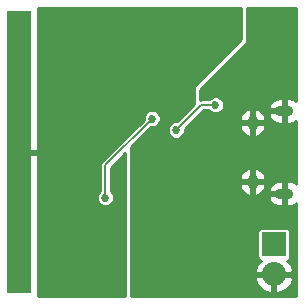
<source format=gbl>
G04 #@! TF.FileFunction,Copper,L2,Bot,Signal*
%FSLAX46Y46*%
G04 Gerber Fmt 4.6, Leading zero omitted, Abs format (unit mm)*
G04 Created by KiCad (PCBNEW 4.0.0-rc2-stable) date 11/27/2015 10:33:43 PM*
%MOMM*%
G01*
G04 APERTURE LIST*
%ADD10C,0.100000*%
%ADD11O,1.550000X0.900000*%
%ADD12O,0.950000X1.250000*%
%ADD13R,2.000000X24.000000*%
%ADD14R,2.032000X2.032000*%
%ADD15O,2.032000X2.032000*%
%ADD16C,0.685800*%
%ADD17C,0.152400*%
%ADD18C,0.254000*%
G04 APERTURE END LIST*
D10*
D11*
X125476000Y-85400000D03*
X125476000Y-92400000D03*
D12*
X122776000Y-91400000D03*
X122776000Y-86400000D03*
D13*
X103013000Y-88900000D03*
D14*
X124587000Y-96710500D03*
D15*
X124587000Y-99250500D03*
D16*
X108635800Y-87528400D03*
X124637800Y-82219800D03*
X117525800Y-89281000D03*
X119811800Y-100507800D03*
X117398800Y-100533200D03*
X117068600Y-78790800D03*
X117246400Y-81051400D03*
X112166400Y-81102200D03*
X111836200Y-87706200D03*
X105105200Y-91033600D03*
X106756200Y-90932000D03*
X116306600Y-87020400D03*
X119629510Y-84883570D03*
X110312200Y-92735400D03*
X114274600Y-86055200D03*
D17*
X108635800Y-87477600D02*
X108635800Y-86283800D01*
X107924600Y-86766400D02*
X108635800Y-87477600D01*
X107924600Y-86283800D02*
X107924600Y-86766400D01*
X106857800Y-87350600D02*
X107924600Y-86283800D01*
X106857800Y-87528400D02*
X106857800Y-87350600D01*
X107873800Y-87528400D02*
X107899200Y-87503000D01*
X106857800Y-87528400D02*
X107873800Y-87528400D01*
X106857800Y-87528400D02*
X108305600Y-87528400D01*
X111836200Y-87706200D02*
X109931200Y-87706200D01*
X108585000Y-87528400D02*
X108762800Y-87706200D01*
X108762800Y-87706200D02*
X109931200Y-87706200D01*
X106857800Y-87528400D02*
X108585000Y-87528400D01*
X106781600Y-87325200D02*
X106781600Y-87452200D01*
X106781600Y-87452200D02*
X106857800Y-87528400D01*
X106959400Y-87426800D02*
X106857800Y-87528400D01*
X107492800Y-86893400D02*
X106959400Y-87426800D01*
X106959400Y-87426800D02*
X106959400Y-87782400D01*
X107797600Y-86893400D02*
X107492800Y-86893400D01*
X108458000Y-90932000D02*
X106756200Y-90932000D01*
X118443430Y-84883570D02*
X116624099Y-86702901D01*
X119629510Y-84883570D02*
X118443430Y-84883570D01*
X116624099Y-86702901D02*
X116306600Y-87020400D01*
X114274600Y-86055200D02*
X110312200Y-90017600D01*
X110312200Y-90017600D02*
X110312200Y-92735400D01*
D18*
G36*
X121790925Y-76710075D02*
X121793000Y-76720509D01*
X121793000Y-79309886D01*
X121790701Y-79321444D01*
X121784158Y-79331236D01*
X117930394Y-83185000D01*
X117914601Y-83204245D01*
X117887071Y-83245446D01*
X117868107Y-83291228D01*
X117858440Y-83339829D01*
X117856000Y-83364605D01*
X117856000Y-84824421D01*
X116383855Y-86296567D01*
X116163239Y-86296375D01*
X115897079Y-86406350D01*
X115693265Y-86609808D01*
X115582826Y-86875776D01*
X115582575Y-87163761D01*
X115692550Y-87429921D01*
X115896008Y-87633735D01*
X116161976Y-87744174D01*
X116449961Y-87744425D01*
X116716121Y-87634450D01*
X116919935Y-87430992D01*
X117030374Y-87165024D01*
X117030568Y-86943011D01*
X117272448Y-86701131D01*
X121674771Y-86701131D01*
X121816432Y-87111049D01*
X122104179Y-87435552D01*
X122478062Y-87619268D01*
X122649000Y-87492734D01*
X122649000Y-86527000D01*
X122903000Y-86527000D01*
X122903000Y-87492734D01*
X123073938Y-87619268D01*
X123447821Y-87435552D01*
X123735568Y-87111049D01*
X123877229Y-86701131D01*
X123728563Y-86527000D01*
X122903000Y-86527000D01*
X122649000Y-86527000D01*
X121823437Y-86527000D01*
X121674771Y-86701131D01*
X117272448Y-86701131D01*
X117874710Y-86098869D01*
X121674771Y-86098869D01*
X121823437Y-86273000D01*
X122649000Y-86273000D01*
X122649000Y-85307266D01*
X122903000Y-85307266D01*
X122903000Y-86273000D01*
X123728563Y-86273000D01*
X123877229Y-86098869D01*
X123737314Y-85694001D01*
X124106592Y-85694001D01*
X124293987Y-86077408D01*
X124618456Y-86353808D01*
X125024000Y-86485000D01*
X125349000Y-86485000D01*
X125349000Y-85527000D01*
X124233498Y-85527000D01*
X124106592Y-85694001D01*
X123737314Y-85694001D01*
X123735568Y-85688951D01*
X123447821Y-85364448D01*
X123073938Y-85180732D01*
X122903000Y-85307266D01*
X122649000Y-85307266D01*
X122478062Y-85180732D01*
X122104179Y-85364448D01*
X121816432Y-85688951D01*
X121674771Y-86098869D01*
X117874710Y-86098869D01*
X118632809Y-85340770D01*
X119063056Y-85340770D01*
X119218918Y-85496905D01*
X119484886Y-85607344D01*
X119772871Y-85607595D01*
X120039031Y-85497620D01*
X120242845Y-85294162D01*
X120320976Y-85105999D01*
X124106592Y-85105999D01*
X124233498Y-85273000D01*
X125349000Y-85273000D01*
X125349000Y-84315000D01*
X125024000Y-84315000D01*
X124618456Y-84446192D01*
X124293987Y-84722592D01*
X124106592Y-85105999D01*
X120320976Y-85105999D01*
X120353284Y-85028194D01*
X120353535Y-84740209D01*
X120243560Y-84474049D01*
X120040102Y-84270235D01*
X119774134Y-84159796D01*
X119486149Y-84159545D01*
X119219989Y-84269520D01*
X119062865Y-84426370D01*
X118443430Y-84426370D01*
X118364000Y-84442169D01*
X118364000Y-83631114D01*
X118366299Y-83619556D01*
X118372842Y-83609764D01*
X122226606Y-79756000D01*
X122242399Y-79736755D01*
X122269929Y-79695554D01*
X122288893Y-79649772D01*
X122298560Y-79601171D01*
X122301000Y-79576395D01*
X122301000Y-76720509D01*
X122303075Y-76710075D01*
X122313509Y-76708000D01*
X126479491Y-76708000D01*
X126489925Y-76710075D01*
X126492000Y-76720509D01*
X126492000Y-84581174D01*
X126333544Y-84446192D01*
X125928000Y-84315000D01*
X125603000Y-84315000D01*
X125603000Y-85273000D01*
X125623000Y-85273000D01*
X125623000Y-85527000D01*
X125603000Y-85527000D01*
X125603000Y-86485000D01*
X125928000Y-86485000D01*
X126333544Y-86353808D01*
X126492000Y-86218826D01*
X126492000Y-91581174D01*
X126333544Y-91446192D01*
X125928000Y-91315000D01*
X125603000Y-91315000D01*
X125603000Y-92273000D01*
X125623000Y-92273000D01*
X125623000Y-92527000D01*
X125603000Y-92527000D01*
X125603000Y-93485000D01*
X125928000Y-93485000D01*
X126333544Y-93353808D01*
X126492000Y-93218826D01*
X126492000Y-101079491D01*
X126489925Y-101089925D01*
X126479491Y-101092000D01*
X112534509Y-101092000D01*
X112524075Y-101089925D01*
X112522000Y-101079491D01*
X112522000Y-99633444D01*
X122981025Y-99633444D01*
X123180615Y-100115318D01*
X123618621Y-100587688D01*
X124204054Y-100856483D01*
X124460000Y-100737867D01*
X124460000Y-99377500D01*
X124714000Y-99377500D01*
X124714000Y-100737867D01*
X124969946Y-100856483D01*
X125555379Y-100587688D01*
X125993385Y-100115318D01*
X126192975Y-99633444D01*
X126073836Y-99377500D01*
X124714000Y-99377500D01*
X124460000Y-99377500D01*
X123100164Y-99377500D01*
X122981025Y-99633444D01*
X112522000Y-99633444D01*
X112522000Y-98867556D01*
X122981025Y-98867556D01*
X123100164Y-99123500D01*
X124460000Y-99123500D01*
X124460000Y-99103500D01*
X124714000Y-99103500D01*
X124714000Y-99123500D01*
X126073836Y-99123500D01*
X126192975Y-98867556D01*
X125993385Y-98385682D01*
X125721658Y-98092637D01*
X125744190Y-98088397D01*
X125873865Y-98004954D01*
X125960859Y-97877634D01*
X125991464Y-97726500D01*
X125991464Y-95694500D01*
X125964897Y-95553310D01*
X125881454Y-95423635D01*
X125754134Y-95336641D01*
X125603000Y-95306036D01*
X123571000Y-95306036D01*
X123429810Y-95332603D01*
X123300135Y-95416046D01*
X123213141Y-95543366D01*
X123182536Y-95694500D01*
X123182536Y-97726500D01*
X123209103Y-97867690D01*
X123292546Y-97997365D01*
X123419866Y-98084359D01*
X123453670Y-98091204D01*
X123180615Y-98385682D01*
X122981025Y-98867556D01*
X112522000Y-98867556D01*
X112522000Y-92694001D01*
X124106592Y-92694001D01*
X124293987Y-93077408D01*
X124618456Y-93353808D01*
X125024000Y-93485000D01*
X125349000Y-93485000D01*
X125349000Y-92527000D01*
X124233498Y-92527000D01*
X124106592Y-92694001D01*
X112522000Y-92694001D01*
X112522000Y-91701131D01*
X121674771Y-91701131D01*
X121816432Y-92111049D01*
X122104179Y-92435552D01*
X122478062Y-92619268D01*
X122649000Y-92492734D01*
X122649000Y-91527000D01*
X122903000Y-91527000D01*
X122903000Y-92492734D01*
X123073938Y-92619268D01*
X123447821Y-92435552D01*
X123735568Y-92111049D01*
X123737313Y-92105999D01*
X124106592Y-92105999D01*
X124233498Y-92273000D01*
X125349000Y-92273000D01*
X125349000Y-91315000D01*
X125024000Y-91315000D01*
X124618456Y-91446192D01*
X124293987Y-91722592D01*
X124106592Y-92105999D01*
X123737313Y-92105999D01*
X123877229Y-91701131D01*
X123728563Y-91527000D01*
X122903000Y-91527000D01*
X122649000Y-91527000D01*
X121823437Y-91527000D01*
X121674771Y-91701131D01*
X112522000Y-91701131D01*
X112522000Y-91098869D01*
X121674771Y-91098869D01*
X121823437Y-91273000D01*
X122649000Y-91273000D01*
X122649000Y-90307266D01*
X122903000Y-90307266D01*
X122903000Y-91273000D01*
X123728563Y-91273000D01*
X123877229Y-91098869D01*
X123735568Y-90688951D01*
X123447821Y-90364448D01*
X123073938Y-90180732D01*
X122903000Y-90307266D01*
X122649000Y-90307266D01*
X122478062Y-90180732D01*
X122104179Y-90364448D01*
X121816432Y-90688951D01*
X121674771Y-91098869D01*
X112522000Y-91098869D01*
X112522000Y-88454378D01*
X114197345Y-86779033D01*
X114417961Y-86779225D01*
X114684121Y-86669250D01*
X114887935Y-86465792D01*
X114998374Y-86199824D01*
X114998625Y-85911839D01*
X114888650Y-85645679D01*
X114685192Y-85441865D01*
X114419224Y-85331426D01*
X114131239Y-85331175D01*
X113865079Y-85441150D01*
X113661265Y-85644608D01*
X113550826Y-85910576D01*
X113550632Y-86132590D01*
X109988911Y-89694311D01*
X109889802Y-89842637D01*
X109855000Y-90017600D01*
X109855000Y-92168946D01*
X109698865Y-92324808D01*
X109588426Y-92590776D01*
X109588175Y-92878761D01*
X109698150Y-93144921D01*
X109901608Y-93348735D01*
X110167576Y-93459174D01*
X110455561Y-93459425D01*
X110721721Y-93349450D01*
X110925535Y-93145992D01*
X111035974Y-92880024D01*
X111036225Y-92592039D01*
X110926250Y-92325879D01*
X110769400Y-92168755D01*
X110769400Y-90206978D01*
X112014000Y-88962378D01*
X112014000Y-101079491D01*
X112011925Y-101089925D01*
X112001491Y-101092000D01*
X104620790Y-101092000D01*
X104648000Y-101026309D01*
X104648000Y-89185750D01*
X104489250Y-89027000D01*
X103140000Y-89027000D01*
X103140000Y-89047000D01*
X102886000Y-89047000D01*
X102886000Y-89027000D01*
X102866000Y-89027000D01*
X102866000Y-88773000D01*
X102886000Y-88773000D01*
X102886000Y-88753000D01*
X103140000Y-88753000D01*
X103140000Y-88773000D01*
X104489250Y-88773000D01*
X104648000Y-88614250D01*
X104648000Y-76773691D01*
X104620790Y-76708000D01*
X121780491Y-76708000D01*
X121790925Y-76710075D01*
X121790925Y-76710075D01*
G37*
X121790925Y-76710075D02*
X121793000Y-76720509D01*
X121793000Y-79309886D01*
X121790701Y-79321444D01*
X121784158Y-79331236D01*
X117930394Y-83185000D01*
X117914601Y-83204245D01*
X117887071Y-83245446D01*
X117868107Y-83291228D01*
X117858440Y-83339829D01*
X117856000Y-83364605D01*
X117856000Y-84824421D01*
X116383855Y-86296567D01*
X116163239Y-86296375D01*
X115897079Y-86406350D01*
X115693265Y-86609808D01*
X115582826Y-86875776D01*
X115582575Y-87163761D01*
X115692550Y-87429921D01*
X115896008Y-87633735D01*
X116161976Y-87744174D01*
X116449961Y-87744425D01*
X116716121Y-87634450D01*
X116919935Y-87430992D01*
X117030374Y-87165024D01*
X117030568Y-86943011D01*
X117272448Y-86701131D01*
X121674771Y-86701131D01*
X121816432Y-87111049D01*
X122104179Y-87435552D01*
X122478062Y-87619268D01*
X122649000Y-87492734D01*
X122649000Y-86527000D01*
X122903000Y-86527000D01*
X122903000Y-87492734D01*
X123073938Y-87619268D01*
X123447821Y-87435552D01*
X123735568Y-87111049D01*
X123877229Y-86701131D01*
X123728563Y-86527000D01*
X122903000Y-86527000D01*
X122649000Y-86527000D01*
X121823437Y-86527000D01*
X121674771Y-86701131D01*
X117272448Y-86701131D01*
X117874710Y-86098869D01*
X121674771Y-86098869D01*
X121823437Y-86273000D01*
X122649000Y-86273000D01*
X122649000Y-85307266D01*
X122903000Y-85307266D01*
X122903000Y-86273000D01*
X123728563Y-86273000D01*
X123877229Y-86098869D01*
X123737314Y-85694001D01*
X124106592Y-85694001D01*
X124293987Y-86077408D01*
X124618456Y-86353808D01*
X125024000Y-86485000D01*
X125349000Y-86485000D01*
X125349000Y-85527000D01*
X124233498Y-85527000D01*
X124106592Y-85694001D01*
X123737314Y-85694001D01*
X123735568Y-85688951D01*
X123447821Y-85364448D01*
X123073938Y-85180732D01*
X122903000Y-85307266D01*
X122649000Y-85307266D01*
X122478062Y-85180732D01*
X122104179Y-85364448D01*
X121816432Y-85688951D01*
X121674771Y-86098869D01*
X117874710Y-86098869D01*
X118632809Y-85340770D01*
X119063056Y-85340770D01*
X119218918Y-85496905D01*
X119484886Y-85607344D01*
X119772871Y-85607595D01*
X120039031Y-85497620D01*
X120242845Y-85294162D01*
X120320976Y-85105999D01*
X124106592Y-85105999D01*
X124233498Y-85273000D01*
X125349000Y-85273000D01*
X125349000Y-84315000D01*
X125024000Y-84315000D01*
X124618456Y-84446192D01*
X124293987Y-84722592D01*
X124106592Y-85105999D01*
X120320976Y-85105999D01*
X120353284Y-85028194D01*
X120353535Y-84740209D01*
X120243560Y-84474049D01*
X120040102Y-84270235D01*
X119774134Y-84159796D01*
X119486149Y-84159545D01*
X119219989Y-84269520D01*
X119062865Y-84426370D01*
X118443430Y-84426370D01*
X118364000Y-84442169D01*
X118364000Y-83631114D01*
X118366299Y-83619556D01*
X118372842Y-83609764D01*
X122226606Y-79756000D01*
X122242399Y-79736755D01*
X122269929Y-79695554D01*
X122288893Y-79649772D01*
X122298560Y-79601171D01*
X122301000Y-79576395D01*
X122301000Y-76720509D01*
X122303075Y-76710075D01*
X122313509Y-76708000D01*
X126479491Y-76708000D01*
X126489925Y-76710075D01*
X126492000Y-76720509D01*
X126492000Y-84581174D01*
X126333544Y-84446192D01*
X125928000Y-84315000D01*
X125603000Y-84315000D01*
X125603000Y-85273000D01*
X125623000Y-85273000D01*
X125623000Y-85527000D01*
X125603000Y-85527000D01*
X125603000Y-86485000D01*
X125928000Y-86485000D01*
X126333544Y-86353808D01*
X126492000Y-86218826D01*
X126492000Y-91581174D01*
X126333544Y-91446192D01*
X125928000Y-91315000D01*
X125603000Y-91315000D01*
X125603000Y-92273000D01*
X125623000Y-92273000D01*
X125623000Y-92527000D01*
X125603000Y-92527000D01*
X125603000Y-93485000D01*
X125928000Y-93485000D01*
X126333544Y-93353808D01*
X126492000Y-93218826D01*
X126492000Y-101079491D01*
X126489925Y-101089925D01*
X126479491Y-101092000D01*
X112534509Y-101092000D01*
X112524075Y-101089925D01*
X112522000Y-101079491D01*
X112522000Y-99633444D01*
X122981025Y-99633444D01*
X123180615Y-100115318D01*
X123618621Y-100587688D01*
X124204054Y-100856483D01*
X124460000Y-100737867D01*
X124460000Y-99377500D01*
X124714000Y-99377500D01*
X124714000Y-100737867D01*
X124969946Y-100856483D01*
X125555379Y-100587688D01*
X125993385Y-100115318D01*
X126192975Y-99633444D01*
X126073836Y-99377500D01*
X124714000Y-99377500D01*
X124460000Y-99377500D01*
X123100164Y-99377500D01*
X122981025Y-99633444D01*
X112522000Y-99633444D01*
X112522000Y-98867556D01*
X122981025Y-98867556D01*
X123100164Y-99123500D01*
X124460000Y-99123500D01*
X124460000Y-99103500D01*
X124714000Y-99103500D01*
X124714000Y-99123500D01*
X126073836Y-99123500D01*
X126192975Y-98867556D01*
X125993385Y-98385682D01*
X125721658Y-98092637D01*
X125744190Y-98088397D01*
X125873865Y-98004954D01*
X125960859Y-97877634D01*
X125991464Y-97726500D01*
X125991464Y-95694500D01*
X125964897Y-95553310D01*
X125881454Y-95423635D01*
X125754134Y-95336641D01*
X125603000Y-95306036D01*
X123571000Y-95306036D01*
X123429810Y-95332603D01*
X123300135Y-95416046D01*
X123213141Y-95543366D01*
X123182536Y-95694500D01*
X123182536Y-97726500D01*
X123209103Y-97867690D01*
X123292546Y-97997365D01*
X123419866Y-98084359D01*
X123453670Y-98091204D01*
X123180615Y-98385682D01*
X122981025Y-98867556D01*
X112522000Y-98867556D01*
X112522000Y-92694001D01*
X124106592Y-92694001D01*
X124293987Y-93077408D01*
X124618456Y-93353808D01*
X125024000Y-93485000D01*
X125349000Y-93485000D01*
X125349000Y-92527000D01*
X124233498Y-92527000D01*
X124106592Y-92694001D01*
X112522000Y-92694001D01*
X112522000Y-91701131D01*
X121674771Y-91701131D01*
X121816432Y-92111049D01*
X122104179Y-92435552D01*
X122478062Y-92619268D01*
X122649000Y-92492734D01*
X122649000Y-91527000D01*
X122903000Y-91527000D01*
X122903000Y-92492734D01*
X123073938Y-92619268D01*
X123447821Y-92435552D01*
X123735568Y-92111049D01*
X123737313Y-92105999D01*
X124106592Y-92105999D01*
X124233498Y-92273000D01*
X125349000Y-92273000D01*
X125349000Y-91315000D01*
X125024000Y-91315000D01*
X124618456Y-91446192D01*
X124293987Y-91722592D01*
X124106592Y-92105999D01*
X123737313Y-92105999D01*
X123877229Y-91701131D01*
X123728563Y-91527000D01*
X122903000Y-91527000D01*
X122649000Y-91527000D01*
X121823437Y-91527000D01*
X121674771Y-91701131D01*
X112522000Y-91701131D01*
X112522000Y-91098869D01*
X121674771Y-91098869D01*
X121823437Y-91273000D01*
X122649000Y-91273000D01*
X122649000Y-90307266D01*
X122903000Y-90307266D01*
X122903000Y-91273000D01*
X123728563Y-91273000D01*
X123877229Y-91098869D01*
X123735568Y-90688951D01*
X123447821Y-90364448D01*
X123073938Y-90180732D01*
X122903000Y-90307266D01*
X122649000Y-90307266D01*
X122478062Y-90180732D01*
X122104179Y-90364448D01*
X121816432Y-90688951D01*
X121674771Y-91098869D01*
X112522000Y-91098869D01*
X112522000Y-88454378D01*
X114197345Y-86779033D01*
X114417961Y-86779225D01*
X114684121Y-86669250D01*
X114887935Y-86465792D01*
X114998374Y-86199824D01*
X114998625Y-85911839D01*
X114888650Y-85645679D01*
X114685192Y-85441865D01*
X114419224Y-85331426D01*
X114131239Y-85331175D01*
X113865079Y-85441150D01*
X113661265Y-85644608D01*
X113550826Y-85910576D01*
X113550632Y-86132590D01*
X109988911Y-89694311D01*
X109889802Y-89842637D01*
X109855000Y-90017600D01*
X109855000Y-92168946D01*
X109698865Y-92324808D01*
X109588426Y-92590776D01*
X109588175Y-92878761D01*
X109698150Y-93144921D01*
X109901608Y-93348735D01*
X110167576Y-93459174D01*
X110455561Y-93459425D01*
X110721721Y-93349450D01*
X110925535Y-93145992D01*
X111035974Y-92880024D01*
X111036225Y-92592039D01*
X110926250Y-92325879D01*
X110769400Y-92168755D01*
X110769400Y-90206978D01*
X112014000Y-88962378D01*
X112014000Y-101079491D01*
X112011925Y-101089925D01*
X112001491Y-101092000D01*
X104620790Y-101092000D01*
X104648000Y-101026309D01*
X104648000Y-89185750D01*
X104489250Y-89027000D01*
X103140000Y-89027000D01*
X103140000Y-89047000D01*
X102886000Y-89047000D01*
X102886000Y-89027000D01*
X102866000Y-89027000D01*
X102866000Y-88773000D01*
X102886000Y-88773000D01*
X102886000Y-88753000D01*
X103140000Y-88753000D01*
X103140000Y-88773000D01*
X104489250Y-88773000D01*
X104648000Y-88614250D01*
X104648000Y-76773691D01*
X104620790Y-76708000D01*
X121780491Y-76708000D01*
X121790925Y-76710075D01*
M02*

</source>
